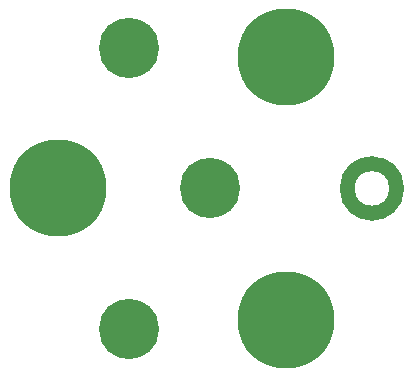
<source format=gbr>
G04 Layer_Color=8388736*
%FSLAX25Y25*%
%MOIN*%
%TF.FileFunction,Soldermask,Top*%
%TF.Part,Single*%
G01*
G75*
%ADD15C,0.04921*%
%TA.AperFunction,ConnectorPad*%
%ADD16C,0.32283*%
%TA.AperFunction,ConnectorPad*%
%ADD17C,0.20079*%
D15*
X456004Y393701D02*
G03*
X456004Y393701I-8268J0D01*
G01*
D16*
X418947Y437428D02*
D03*
X343209Y393701D02*
D03*
X418947Y349973D02*
D03*
D17*
X366683Y440497D02*
D03*
X366683Y346905D02*
D03*
X393701Y393701D02*
D03*
%TF.MD5,3DCA911EF8C586D368D159D65DCE97F9*%
M02*

</source>
